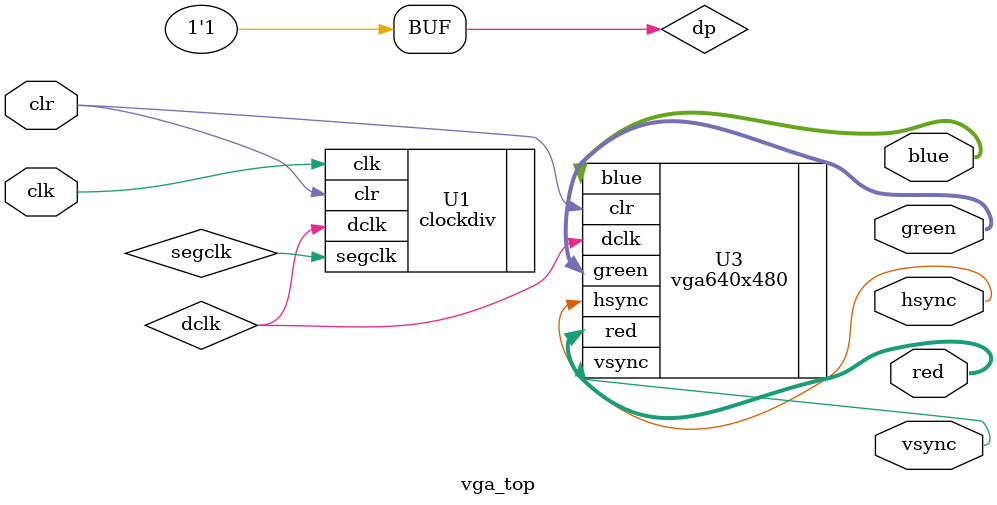
<source format=v>
module vga_top(
	input wire clk,			//master clock = 50MHz
	input wire clr,			//right-most pushbutton for reset

	output wire [2:0] red,	//red vga output - 3 bits
	output wire [2:0] green,//green vga output - 3 bits
	output wire [1:0] blue,	//blue vga output - 2 bits
	output wire hsync,		//horizontal sync out
	output wire vsync			//vertical sync out
	);

// 7-segment clock interconnect
wire segclk;

// VGA display clock interconnect
wire dclk;

// disable the 7-segment decimal points
assign dp = 1;

// generate 7-segment clock & display clock

clockdiv U1(
	.clk(clk),
	.clr(clr),
	.segclk(segclk),
	.dclk(dclk)
	);
	
	/*
clk_divider #(.divNum(2)) clkd1(
	.clk(clk),
	.rst(clr),
	.clk_div(dclk)
);*/

// VGA controller
vga640x480 U3(
	.dclk(dclk),
	.clr(clr),
	.hsync(hsync),
	.vsync(vsync),
	.red(red),
	.green(green),
	.blue(blue)
	);


endmodule 
</source>
